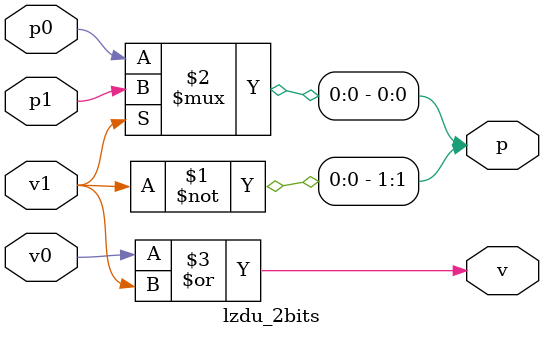
<source format=v>
module lzdu_2bits
#(
	parameter DATA_WIDTH = 2
)
(

    input	[DATA_WIDTH - 2:0]	p0,
	input   [DATA_WIDTH - 2:0]	p1,
	input 						v0,
	input 						v1,
	output  [DATA_WIDTH - 1:0]  p ,
	output						v
);

assign p[DATA_WIDTH - 1:DATA_WIDTH - 1] = ~v1;
assign p[DATA_WIDTH - 2:0] = v1 ? p1 : p0;
assign v = v0 | v1;

endmodule

</source>
